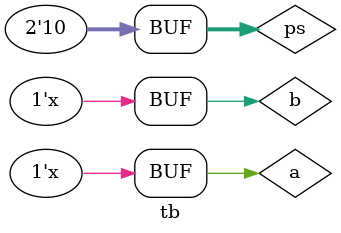
<source format=sv>
module tb;
    reg a, b;
    reg [1:0] ps;
    wire [1:0] ns;
    wire y;
    FSM dut (a, b, ps, ns, y);
    initial begin
        ps = 2'b00; a = 0; b = 1'bx;
        #10 ps = 2'b00; a = 1; b = 1'bx;
        #10 ps = 2'b01; a = 1'bx; b = 1'b0;
        #10 ps = 2'b01; a = 1'bx; b = 1'b1;
        #10 ps = 2'b10; a = 1'bx; b = 1'bx;
    end
endmodule

</source>
